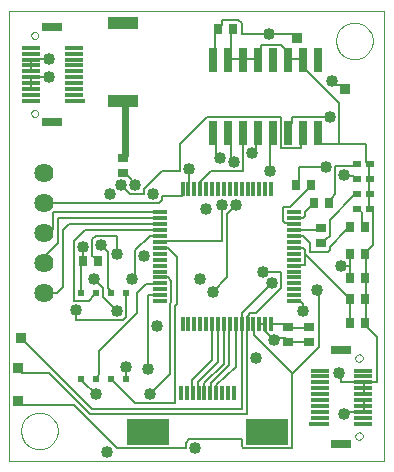
<source format=gtl>
G75*
G70*
%OFA0B0*%
%FSLAX24Y24*%
%IPPOS*%
%LPD*%
%AMOC8*
5,1,8,0,0,1.08239X$1,22.5*
%
%ADD10C,0.0000*%
%ADD11R,0.0354X0.0276*%
%ADD12R,0.1000X0.0400*%
%ADD13R,0.0472X0.0118*%
%ADD14R,0.0118X0.0472*%
%ADD15R,0.0276X0.0354*%
%ADD16R,0.0189X0.0236*%
%ADD17R,0.0709X0.0315*%
%ADD18R,0.0630X0.0118*%
%ADD19R,0.0709X0.0118*%
%ADD20C,0.0640*%
%ADD21R,0.0260X0.0800*%
%ADD22R,0.0118X0.0512*%
%ADD23R,0.1417X0.0866*%
%ADD24R,0.0276X0.0197*%
%ADD25R,0.0354X0.0354*%
%ADD26C,0.0080*%
%ADD27C,0.0400*%
%ADD28C,0.0243*%
D10*
X000202Y000212D02*
X000202Y015212D01*
X012702Y015212D01*
X012702Y000212D01*
X000202Y000212D01*
X000592Y001212D02*
X000629Y001421D01*
X000735Y001604D01*
X000897Y001740D01*
X001096Y001813D01*
X001308Y001813D01*
X001507Y001740D01*
X001669Y001604D01*
X001775Y001421D01*
X001812Y001212D01*
X001775Y001003D01*
X001669Y000820D01*
X001507Y000684D01*
X001308Y000611D01*
X001096Y000611D01*
X000897Y000684D01*
X000735Y000820D01*
X000629Y001003D01*
X000592Y001212D01*
X000916Y011792D02*
X000945Y011872D01*
X001019Y011915D01*
X001103Y011900D01*
X001158Y011835D01*
X001158Y011749D01*
X001104Y011684D01*
X001019Y011669D01*
X000945Y011712D01*
X000916Y011792D01*
X000945Y011872D01*
X001019Y011915D01*
X001103Y011900D01*
X001158Y011835D01*
X001158Y011749D01*
X001104Y011684D01*
X001019Y011669D01*
X000945Y011712D01*
X000916Y011792D01*
X000916Y014391D02*
X000945Y014471D01*
X001019Y014514D01*
X001103Y014499D01*
X001158Y014434D01*
X001158Y014348D01*
X001104Y014283D01*
X001019Y014268D01*
X000945Y014311D01*
X000916Y014391D01*
X000945Y014471D01*
X001019Y014514D01*
X001103Y014499D01*
X001158Y014434D01*
X001158Y014348D01*
X001104Y014283D01*
X001019Y014268D01*
X000945Y014311D01*
X000916Y014391D01*
X011092Y014212D02*
X011129Y014421D01*
X011235Y014604D01*
X011397Y014740D01*
X011596Y014813D01*
X011808Y014813D01*
X012007Y014740D01*
X012169Y014604D01*
X012275Y014421D01*
X012312Y014212D01*
X012275Y014003D01*
X012169Y013820D01*
X012007Y013684D01*
X011808Y013611D01*
X011596Y013611D01*
X011397Y013684D01*
X011235Y013820D01*
X011129Y014003D01*
X011092Y014212D01*
X011737Y003631D02*
X011766Y003711D01*
X011840Y003754D01*
X011924Y003739D01*
X011979Y003674D01*
X011979Y003588D01*
X011925Y003523D01*
X011840Y003508D01*
X011766Y003551D01*
X011737Y003631D01*
X011766Y003711D01*
X011840Y003754D01*
X011924Y003739D01*
X011979Y003674D01*
X011979Y003588D01*
X011925Y003523D01*
X011840Y003508D01*
X011766Y003551D01*
X011737Y003631D01*
X011737Y001032D02*
X011766Y001112D01*
X011840Y001155D01*
X011924Y001140D01*
X011979Y001075D01*
X011979Y000989D01*
X011925Y000924D01*
X011840Y000909D01*
X011766Y000952D01*
X011737Y001032D01*
X011766Y001112D01*
X011840Y001155D01*
X011924Y001140D01*
X011979Y001075D01*
X011979Y000989D01*
X011925Y000924D01*
X011840Y000909D01*
X011766Y000952D01*
X011737Y001032D01*
D11*
X010202Y004156D03*
X010202Y004668D03*
X009502Y004668D03*
X009502Y004156D03*
X010602Y007456D03*
X010602Y007968D03*
X004002Y009806D03*
X004002Y010318D03*
D12*
X004002Y012212D03*
X004002Y014812D03*
D13*
X005207Y008488D03*
X005207Y008291D03*
X005207Y008094D03*
X005207Y007897D03*
X005207Y007701D03*
X005207Y007504D03*
X005207Y007307D03*
X005207Y007110D03*
X005207Y006913D03*
X005207Y006716D03*
X005207Y006520D03*
X005207Y006323D03*
X005207Y006126D03*
X005207Y005929D03*
X005207Y005732D03*
X005207Y005535D03*
X009696Y005535D03*
X009696Y005732D03*
X009696Y005929D03*
X009696Y006126D03*
X009696Y006323D03*
X009696Y006520D03*
X009696Y006716D03*
X009696Y006913D03*
X009696Y007110D03*
X009696Y007307D03*
X009696Y007504D03*
X009696Y007701D03*
X009696Y007897D03*
X009696Y008094D03*
X009696Y008291D03*
X009696Y008488D03*
D14*
X008928Y009256D03*
X008731Y009256D03*
X008534Y009256D03*
X008337Y009256D03*
X008141Y009256D03*
X007944Y009256D03*
X007747Y009256D03*
X007550Y009256D03*
X007353Y009256D03*
X007156Y009256D03*
X006959Y009256D03*
X006763Y009256D03*
X006566Y009256D03*
X006369Y009256D03*
X006172Y009256D03*
X005975Y009256D03*
X005975Y004768D03*
X006172Y004768D03*
X006369Y004768D03*
X006566Y004768D03*
X006763Y004768D03*
X006959Y004768D03*
X007156Y004768D03*
X007353Y004768D03*
X007550Y004768D03*
X007747Y004768D03*
X007944Y004768D03*
X008141Y004768D03*
X008337Y004768D03*
X008534Y004768D03*
X008731Y004768D03*
X008928Y004768D03*
D15*
X011546Y004812D03*
X012057Y004812D03*
X012057Y005612D03*
X011546Y005612D03*
X011546Y006312D03*
X012057Y006312D03*
X012057Y007112D03*
X011546Y007112D03*
X011546Y008012D03*
X012057Y008012D03*
X010857Y008812D03*
X010346Y008812D03*
X010257Y009412D03*
X009746Y009412D03*
X007657Y014612D03*
X007146Y014612D03*
X003157Y006862D03*
X002646Y006862D03*
D16*
X002602Y005799D03*
X003102Y005799D03*
X003602Y005799D03*
X004102Y005799D03*
X004102Y002925D03*
X003602Y002925D03*
X003102Y002925D03*
X002602Y002925D03*
D17*
X001632Y011517D03*
X001632Y014666D03*
X011272Y003906D03*
X011272Y000757D03*
D18*
X011980Y001446D03*
X011980Y001643D03*
X011980Y001840D03*
X011980Y002036D03*
X011980Y002233D03*
X011980Y002430D03*
X011980Y002627D03*
X011980Y002824D03*
X011980Y003021D03*
X011980Y003217D03*
X010563Y003217D03*
X010563Y003021D03*
X010563Y002824D03*
X010563Y002627D03*
X010563Y002430D03*
X010563Y002233D03*
X010563Y002036D03*
X010563Y001840D03*
X010563Y001643D03*
X002340Y012403D03*
X002340Y012600D03*
X002340Y012796D03*
X002340Y012993D03*
X002340Y013190D03*
X002340Y013387D03*
X002340Y013584D03*
X002340Y013781D03*
X002340Y013977D03*
X000923Y013977D03*
X000923Y013781D03*
X000923Y013584D03*
X000923Y013387D03*
X000923Y013190D03*
X000923Y012993D03*
X000923Y012796D03*
X000923Y012600D03*
X000923Y012403D03*
X000923Y012206D03*
D19*
X002380Y012206D03*
X010524Y001446D03*
D20*
X001352Y005812D03*
X001352Y006812D03*
X001352Y007812D03*
X001352Y008812D03*
X001352Y009812D03*
D21*
X007002Y011152D03*
X007502Y011152D03*
X008002Y011152D03*
X008502Y011152D03*
X009002Y011152D03*
X009502Y011152D03*
X010002Y011152D03*
X010502Y011152D03*
X010502Y013572D03*
X010002Y013572D03*
X009502Y013572D03*
X009002Y013572D03*
X008502Y013572D03*
X008002Y013572D03*
X007502Y013572D03*
X007002Y013572D03*
D22*
X007097Y002462D03*
X007294Y002462D03*
X007491Y002462D03*
X007687Y002462D03*
X006900Y002462D03*
X006703Y002462D03*
X006506Y002462D03*
X006309Y002462D03*
X006113Y002462D03*
X005916Y002462D03*
D23*
X004813Y001182D03*
X008790Y001182D03*
D24*
X011785Y008612D03*
X012218Y008612D03*
X012218Y009112D03*
X011785Y009112D03*
X011785Y009612D03*
X012218Y009612D03*
X012218Y010112D03*
X011785Y010112D03*
D25*
X011402Y012612D03*
X009802Y014312D03*
X000602Y004312D03*
X000502Y003312D03*
X000502Y002212D03*
D26*
X000622Y002072D01*
X002362Y002072D01*
X003802Y000632D01*
X006082Y000632D01*
X006082Y000812D01*
X006202Y000932D01*
X007942Y000932D01*
X007942Y000692D01*
X008002Y000632D01*
X009622Y000632D01*
X009622Y003092D01*
X010522Y003992D01*
X010522Y005852D01*
X010462Y005912D01*
X009982Y005432D02*
X009982Y005192D01*
X009982Y005432D02*
X009922Y005492D01*
X009696Y005535D01*
X009262Y005972D02*
X008422Y005132D01*
X008182Y005132D01*
X008182Y005072D01*
X008122Y005012D01*
X008122Y004952D01*
X008141Y004768D01*
X008122Y004532D01*
X008122Y001772D01*
X002902Y001772D01*
X001522Y003152D01*
X000622Y003152D01*
X000502Y003312D01*
X000602Y004312D02*
X002962Y001952D01*
X007942Y001952D01*
X007942Y004532D01*
X007944Y004768D01*
X007942Y004952D01*
X007942Y005132D01*
X008962Y006152D01*
X009262Y005972D02*
X009262Y006512D01*
X008662Y006512D01*
X009696Y006716D02*
X009922Y006752D01*
X010042Y006752D01*
X010042Y007112D01*
X011422Y005732D01*
X011546Y005612D01*
X011542Y005492D01*
X011542Y004952D01*
X011546Y004812D01*
X012057Y004812D02*
X012142Y004652D01*
X012442Y004352D01*
X012442Y002852D01*
X012262Y002852D01*
X011980Y002824D01*
X011722Y002852D01*
X011242Y002852D01*
X011242Y002972D01*
X011182Y003152D01*
X011980Y002824D02*
X012022Y002792D01*
X012022Y002672D01*
X011980Y002627D01*
X012022Y002612D01*
X012022Y002432D01*
X011980Y002430D01*
X011980Y002233D02*
X012022Y002192D01*
X012022Y002072D01*
X011980Y002036D01*
X012022Y002012D01*
X012022Y001892D01*
X011980Y001840D01*
X011722Y001832D01*
X011362Y001832D01*
X011362Y001772D01*
X009622Y003092D02*
X009622Y003152D01*
X008362Y004412D01*
X008362Y004532D01*
X008337Y004768D01*
X008534Y004768D02*
X008542Y004772D01*
X008722Y004772D01*
X008731Y004768D01*
X008722Y004532D01*
X008962Y004292D01*
X009022Y004292D01*
X009022Y004232D01*
X009022Y004292D02*
X009382Y004292D01*
X009502Y004156D01*
X009622Y004172D01*
X010042Y004172D01*
X010202Y004156D01*
X010202Y004668D02*
X010042Y004652D01*
X009622Y004652D01*
X009502Y004668D01*
X009382Y004772D01*
X008962Y004772D01*
X008928Y004768D01*
X007747Y004768D02*
X007742Y003352D01*
X007102Y002752D01*
X007097Y002747D01*
X007097Y002462D01*
X006900Y002462D02*
X006922Y002672D01*
X006922Y002792D01*
X007522Y003392D01*
X007522Y004532D01*
X007550Y004768D01*
X007353Y004768D02*
X007342Y004532D01*
X007342Y003452D01*
X006682Y002792D01*
X006682Y002672D01*
X006703Y002462D01*
X006506Y002462D02*
X006502Y002672D01*
X006502Y002852D01*
X007162Y003512D01*
X007162Y004532D01*
X007156Y004768D01*
X006962Y004768D02*
X006962Y003572D01*
X006302Y002912D01*
X006302Y002470D01*
X006309Y002462D01*
X005722Y002132D02*
X005722Y005372D01*
X005782Y005432D01*
X005782Y006992D01*
X005482Y007292D01*
X005422Y007292D01*
X005207Y007307D01*
X005207Y007504D02*
X005422Y007532D01*
X007282Y007532D01*
X007282Y008732D01*
X007462Y008432D02*
X007762Y008732D01*
X007462Y008432D02*
X007462Y006332D01*
X006982Y005852D01*
X006962Y004768D02*
X006959Y004768D01*
X005602Y005492D02*
X005602Y006212D01*
X005482Y006332D01*
X005422Y006332D01*
X005207Y006323D01*
X005207Y006126D02*
X005002Y006092D01*
X004762Y006092D01*
X004462Y005792D01*
X004462Y005132D01*
X003202Y003872D01*
X003202Y003092D01*
X003142Y003032D01*
X003102Y002925D01*
X003602Y002925D02*
X003682Y002852D01*
X004402Y002132D01*
X005722Y002132D01*
X004882Y002432D02*
X005542Y003092D01*
X005542Y005432D01*
X005602Y005492D01*
X005207Y005732D02*
X005002Y005732D01*
X004822Y005732D01*
X004822Y003272D01*
X004102Y003332D02*
X004102Y002925D01*
X003082Y002432D02*
X002662Y002852D01*
X002602Y002925D01*
X002422Y004892D02*
X002422Y005252D01*
X002362Y005552D02*
X002362Y007532D01*
X002722Y007892D01*
X005002Y007892D01*
X005207Y007897D01*
X005207Y007701D02*
X005002Y007712D01*
X004882Y007712D01*
X004402Y007232D01*
X004402Y006392D01*
X004282Y006272D01*
X004102Y005799D02*
X004102Y005012D01*
X003982Y004892D01*
X002422Y004892D01*
X002362Y005552D02*
X002842Y005552D01*
X003022Y005732D01*
X003102Y005799D01*
X003322Y005672D02*
X003322Y005972D01*
X003022Y006272D01*
X002602Y006692D02*
X002602Y005799D01*
X002002Y006012D02*
X001802Y005812D01*
X001352Y005812D01*
X002002Y006012D02*
X002002Y007912D01*
X002202Y008112D01*
X005190Y008112D01*
X005207Y008094D01*
X005207Y008291D02*
X005002Y008312D01*
X001822Y008312D01*
X001822Y007472D01*
X001462Y007112D01*
X001352Y006812D01*
X001352Y007812D02*
X001642Y007952D01*
X001642Y008492D01*
X005002Y008492D01*
X005207Y008488D01*
X005182Y008792D02*
X001642Y008792D01*
X001352Y008812D01*
X002662Y007352D02*
X002662Y006992D01*
X002646Y006862D01*
X002602Y006692D01*
X002962Y007052D02*
X002962Y007592D01*
X003082Y007712D01*
X003802Y007712D01*
X003802Y007112D01*
X003502Y007172D02*
X003262Y007412D01*
X003502Y007172D02*
X003502Y005972D01*
X003562Y005912D01*
X003602Y005799D01*
X003322Y005672D02*
X003802Y005192D01*
X003157Y006862D02*
X003022Y006992D01*
X002962Y007052D01*
X004222Y009092D02*
X004702Y009092D01*
X004702Y009272D01*
X005302Y009872D01*
X005902Y009872D01*
X005902Y010772D01*
X006802Y011672D01*
X009242Y011672D01*
X009242Y010652D01*
X009922Y010652D01*
X009922Y010772D01*
X010002Y011152D01*
X009502Y011152D02*
X009622Y011492D01*
X009622Y011672D01*
X010882Y011672D01*
X010502Y011152D02*
X010582Y010772D01*
X011182Y010772D01*
X011182Y012152D01*
X010102Y013232D01*
X010002Y013572D01*
X009922Y013592D01*
X009622Y013592D01*
X009502Y013572D01*
X009382Y013952D01*
X009262Y014072D01*
X008602Y014072D01*
X008602Y013952D01*
X008502Y013572D01*
X008422Y013592D01*
X008122Y013592D01*
X008002Y013572D01*
X007882Y013592D01*
X007582Y013592D01*
X007502Y013572D01*
X007582Y013952D01*
X007582Y014492D01*
X007657Y014612D01*
X007942Y014792D02*
X007822Y014912D01*
X007282Y014912D01*
X007282Y014732D01*
X007146Y014612D01*
X007042Y014492D01*
X007042Y013952D01*
X007002Y013572D01*
X007942Y014432D02*
X007942Y014792D01*
X007942Y014432D02*
X008842Y014432D01*
X009682Y014432D01*
X009802Y014312D01*
X010942Y012872D02*
X010942Y012752D01*
X011242Y012752D01*
X011402Y012612D01*
X011182Y010772D02*
X012082Y010772D01*
X012082Y010172D01*
X012218Y010112D01*
X012202Y010052D01*
X012202Y009692D01*
X012218Y009612D01*
X012202Y009572D01*
X012202Y009152D01*
X012218Y009112D01*
X012202Y009032D01*
X012202Y008672D01*
X012218Y008612D01*
X012322Y008552D01*
X012322Y007412D01*
X012142Y007232D01*
X012057Y007112D01*
X012082Y006992D01*
X012082Y006452D01*
X012057Y006312D01*
X012082Y006152D01*
X012082Y005732D01*
X012057Y005612D01*
X012082Y005492D01*
X012082Y004952D01*
X012057Y004812D01*
X011546Y006312D02*
X011542Y006452D01*
X011542Y006692D01*
X011242Y006692D01*
X011542Y006692D02*
X011542Y006992D01*
X011546Y007112D01*
X010882Y007232D02*
X010822Y007172D01*
X010222Y007172D01*
X010222Y007472D01*
X009982Y007712D01*
X009922Y007712D01*
X009696Y007701D01*
X009696Y007897D02*
X009922Y007892D01*
X010462Y007892D01*
X010602Y007968D01*
X010882Y007712D02*
X010762Y007592D01*
X010602Y007456D01*
X010882Y007352D02*
X010882Y007232D01*
X010882Y007352D02*
X011422Y007892D01*
X011546Y008012D01*
X011962Y008132D02*
X011962Y008492D01*
X011902Y008552D01*
X011785Y008612D01*
X011662Y009032D02*
X011785Y009112D01*
X011662Y009032D02*
X010882Y008252D01*
X010882Y007712D01*
X010042Y008492D02*
X010222Y008672D01*
X010346Y008812D01*
X010042Y008492D02*
X010042Y008372D01*
X009982Y008312D01*
X009922Y008312D01*
X009696Y008291D01*
X009696Y008094D02*
X009502Y008132D01*
X009382Y008132D01*
X009322Y008192D01*
X009322Y008672D01*
X009562Y008672D01*
X010162Y009272D01*
X010257Y009412D01*
X009862Y009572D02*
X009746Y009412D01*
X009862Y009572D02*
X009862Y009992D01*
X010762Y009992D01*
X011062Y010052D02*
X011062Y009092D01*
X010942Y008972D01*
X010857Y008812D01*
X011362Y009692D02*
X011362Y009752D01*
X011362Y009692D02*
X011662Y009692D01*
X011785Y009612D01*
X011662Y010052D02*
X011785Y010112D01*
X011662Y010052D02*
X011062Y010052D01*
X011962Y008132D02*
X012057Y008012D01*
X010042Y007232D02*
X010042Y007112D01*
X010042Y007232D02*
X009982Y007292D01*
X009922Y007292D01*
X009696Y007307D01*
X008902Y009872D02*
X008902Y010772D01*
X009002Y011152D01*
X008502Y011152D02*
X008422Y010772D01*
X008422Y010592D01*
X008302Y010472D01*
X008002Y009872D02*
X008002Y011152D01*
X007502Y011152D02*
X007582Y010772D01*
X007582Y010292D01*
X007702Y010172D01*
X008002Y009872D02*
X006922Y009872D01*
X006562Y009512D01*
X006562Y009452D01*
X006566Y009256D01*
X006172Y009256D02*
X006202Y009452D01*
X006202Y009932D01*
X005975Y009256D02*
X005962Y009032D01*
X005302Y009032D01*
X005302Y008912D01*
X005182Y008792D01*
X004402Y009392D02*
X004402Y009452D01*
X004162Y009692D01*
X004002Y009806D01*
X003922Y009392D02*
X004222Y009092D01*
X004002Y010318D02*
X004042Y010412D01*
X004042Y012032D02*
X004002Y012212D01*
X001522Y012992D02*
X001222Y012992D01*
X000923Y012993D01*
X000922Y012992D01*
X000922Y012812D01*
X000923Y012796D01*
X000922Y012752D01*
X000922Y012632D01*
X000923Y012600D01*
X000923Y013190D02*
X000922Y013232D01*
X000922Y013352D01*
X000923Y013387D01*
X000922Y013412D01*
X000922Y013532D01*
X000923Y013584D01*
X001222Y013592D01*
X001522Y013592D01*
X007002Y011152D02*
X007102Y010772D01*
X007102Y010412D01*
X007222Y010292D01*
X009242Y011672D02*
X009262Y011672D01*
D27*
X008302Y010472D03*
X007702Y010172D03*
X007222Y010292D03*
X006202Y009932D03*
X006742Y008612D03*
X007282Y008732D03*
X007762Y008732D03*
X008902Y009872D03*
X010762Y009992D03*
X011362Y009752D03*
X010882Y011672D03*
X010942Y012872D03*
X008842Y014432D03*
X005002Y009092D03*
X004402Y009392D03*
X003922Y009392D03*
X003562Y009092D03*
X003262Y007412D03*
X003802Y007112D03*
X004282Y006272D03*
X004702Y007052D03*
X003802Y005192D03*
X003022Y006272D03*
X002422Y005252D03*
X002662Y007352D03*
X005122Y004712D03*
X004822Y003272D03*
X004102Y003332D03*
X004882Y002432D03*
X006382Y000632D03*
X008422Y003632D03*
X009022Y004232D03*
X009982Y005192D03*
X010462Y005912D03*
X011242Y006692D03*
X008962Y006152D03*
X008662Y006512D03*
X006982Y005852D03*
X006562Y006272D03*
X003082Y002432D03*
X003442Y000512D03*
X011182Y003152D03*
X011362Y001772D03*
X001522Y012992D03*
X001522Y013592D03*
D28*
X004042Y012032D02*
X004042Y010412D01*
M02*

</source>
